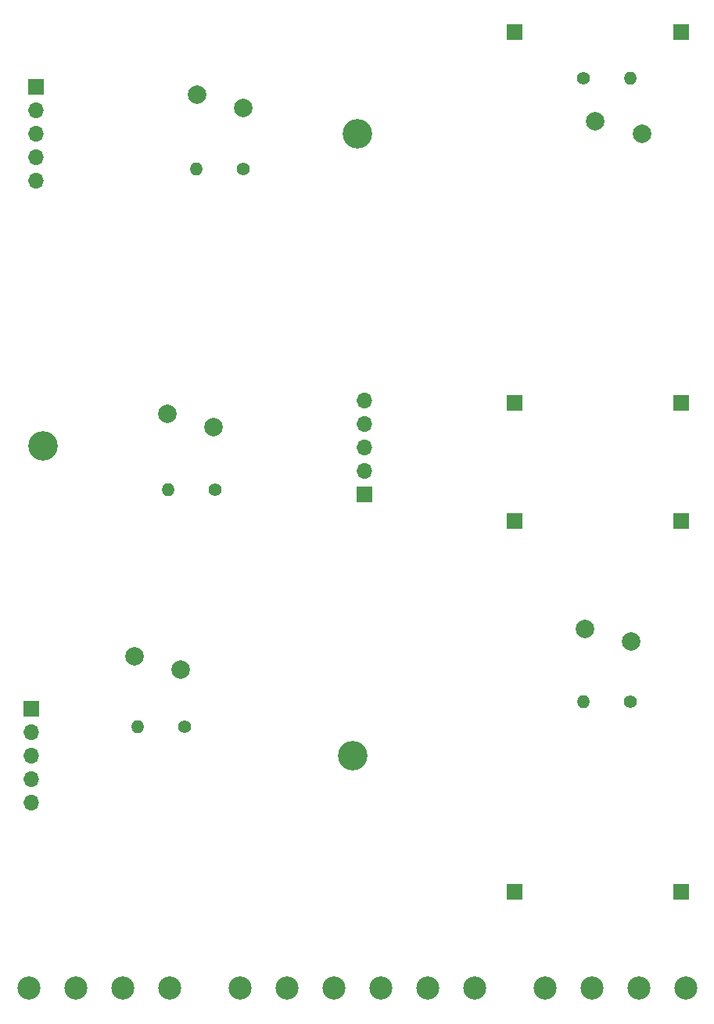
<source format=gbr>
%TF.GenerationSoftware,KiCad,Pcbnew,(5.1.10)-1*%
%TF.CreationDate,2021-05-29T12:40:01+02:00*%
%TF.ProjectId,potencia,706f7465-6e63-4696-912e-6b696361645f,rev?*%
%TF.SameCoordinates,Original*%
%TF.FileFunction,Soldermask,Top*%
%TF.FilePolarity,Negative*%
%FSLAX46Y46*%
G04 Gerber Fmt 4.6, Leading zero omitted, Abs format (unit mm)*
G04 Created by KiCad (PCBNEW (5.1.10)-1) date 2021-05-29 12:40:01*
%MOMM*%
%LPD*%
G01*
G04 APERTURE LIST*
%ADD10O,1.400000X1.400000*%
%ADD11C,1.400000*%
%ADD12C,2.000000*%
%ADD13C,2.500000*%
%ADD14C,3.200000*%
%ADD15R,1.700000X1.700000*%
%ADD16O,1.700000X1.700000*%
G04 APERTURE END LIST*
D10*
%TO.C,R5*%
X133197600Y-100406200D03*
D11*
X138277600Y-100406200D03*
%TD*%
D10*
%TO.C,R4*%
X129946400Y-126060200D03*
D11*
X135026400Y-126060200D03*
%TD*%
D10*
%TO.C,R3*%
X183273700Y-55867300D03*
D11*
X178193700Y-55867300D03*
%TD*%
D10*
%TO.C,R2*%
X178181000Y-123278900D03*
D11*
X183261000Y-123278900D03*
%TD*%
D10*
%TO.C,R1*%
X136309100Y-65620900D03*
D11*
X141389100Y-65620900D03*
%TD*%
D12*
%TO.C,F5*%
X134602700Y-119827500D03*
X129552700Y-118427500D03*
%TD*%
%TO.C,F4*%
X179468300Y-60449000D03*
X184518300Y-61849000D03*
%TD*%
%TO.C,F3*%
X183370700Y-116830300D03*
X178320700Y-115430300D03*
%TD*%
%TO.C,F2*%
X141371800Y-59019900D03*
X136321800Y-57619900D03*
%TD*%
%TO.C,F1*%
X138146000Y-93576600D03*
X133096000Y-92176600D03*
%TD*%
D13*
%TO.C,Salida1*%
X166370000Y-154305000D03*
X140970000Y-154305000D03*
X146050000Y-154305000D03*
X156210000Y-154305000D03*
X151130000Y-154305000D03*
X161290000Y-154305000D03*
%TD*%
%TO.C,Extra1*%
X189230000Y-154305000D03*
X179070000Y-154305000D03*
X184150000Y-154305000D03*
X173990000Y-154305000D03*
%TD*%
%TO.C,Alimentaci\u00F3n1*%
X133350000Y-154305000D03*
X123190000Y-154305000D03*
X128270000Y-154305000D03*
X118110000Y-154305000D03*
%TD*%
D14*
%TO.C,H3*%
X153162000Y-129159000D03*
%TD*%
%TO.C,H2*%
X153670000Y-61849000D03*
%TD*%
%TO.C,H1*%
X119634000Y-95631000D03*
%TD*%
D15*
%TO.C,NI12.1*%
X188722000Y-90932000D03*
%TD*%
%TO.C,NI12.2*%
X188722000Y-143891000D03*
%TD*%
%TO.C,NO12.1*%
X188722000Y-50800000D03*
%TD*%
%TO.C,NO12.2*%
X188722000Y-103759000D03*
%TD*%
%TO.C,PI12.1*%
X170688000Y-90932000D03*
%TD*%
%TO.C,PI12.2*%
X170688000Y-143891000D03*
%TD*%
%TO.C,PO12.2*%
X170688000Y-103759000D03*
%TD*%
%TO.C,PO12.1*%
X170688000Y-50800000D03*
%TD*%
%TO.C,Regulador5.3*%
X118872000Y-56769000D03*
D16*
X118872000Y-59309000D03*
X118872000Y-61849000D03*
X118872000Y-64389000D03*
X118872000Y-66929000D03*
%TD*%
%TO.C,Regulador5.1*%
X118364000Y-134239000D03*
X118364000Y-131699000D03*
X118364000Y-129159000D03*
X118364000Y-126619000D03*
D15*
X118364000Y-124079000D03*
%TD*%
%TO.C,Regulador5.2*%
X154432000Y-100838000D03*
D16*
X154432000Y-98298000D03*
X154432000Y-95758000D03*
X154432000Y-93218000D03*
X154432000Y-90678000D03*
%TD*%
M02*

</source>
